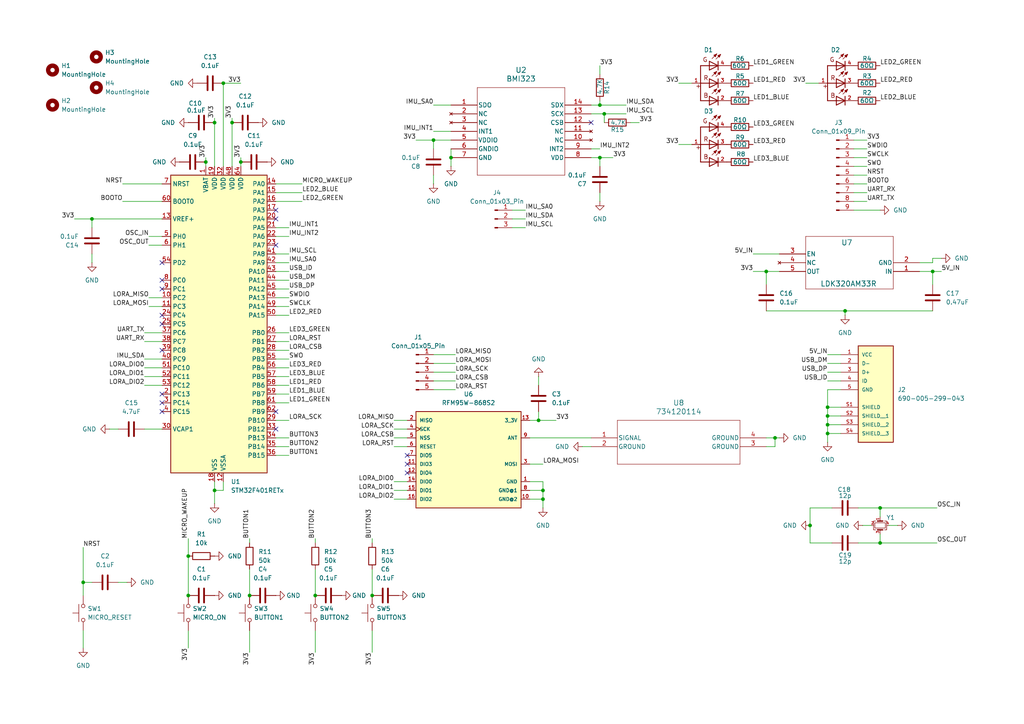
<source format=kicad_sch>
(kicad_sch (version 20231120) (generator "eeschema") (generator_version "8.0")
  (paper "A4")
  (junction (at 157.48 144.78))
  (junction (at 222.25 78.74))
  (junction (at 240.03 123.19))
  (junction (at 24.13 168.91))
  (junction (at 240.03 125.73))
  (junction (at 175.26 33.02))
  (junction (at 240.03 120.65))
  (junction (at 255.27 147.32))
  (junction (at 62.23 142.24))
  (junction (at 91.44 172.72))
  (junction (at 234.95 152.4))
  (junction (at 255.27 157.48))
  (junction (at 130.81 45.72))
  (junction (at 224.79 127))
  (junction (at 62.23 35.56))
  (junction (at 125.73 40.64))
  (junction (at 240.03 118.11))
  (junction (at 54.61 161.29))
  (junction (at 59.69 46.99))
  (junction (at 157.48 142.24))
  (junction (at 156.21 121.92))
  (junction (at 270.51 78.74))
  (junction (at 64.77 24.13))
  (junction (at 72.39 172.72))
  (junction (at 26.67 63.5))
  (junction (at 107.95 172.72))
  (junction (at 173.99 30.48))
  (junction (at 245.11 90.17))
  (junction (at 69.85 46.99))
  (junction (at 67.31 35.56))
  (junction (at 54.61 172.72))
  (junction (at 173.99 45.72))
  (no_connect (at 118.11 134.62))
  (no_connect (at 46.99 119.38))
  (no_connect (at 46.99 116.84))
  (no_connect (at 46.99 76.2))
  (no_connect (at 46.99 114.3))
  (no_connect (at 80.01 71.12))
  (no_connect (at 46.99 93.98))
  (no_connect (at 46.99 91.44))
  (no_connect (at 46.99 81.28))
  (no_connect (at 118.11 132.08))
  (no_connect (at 171.45 35.56))
  (no_connect (at 46.99 83.82))
  (no_connect (at 80.01 60.96))
  (no_connect (at 80.01 119.38))
  (no_connect (at 80.01 63.5))
  (no_connect (at 46.99 101.6))
  (no_connect (at 118.11 137.16))
  (no_connect (at 80.01 124.46))
  (wire (pts (xy 240.03 125.73) (xy 243.84 125.73)))
  (wire (pts (xy 43.18 71.12) (xy 46.99 71.12)))
  (wire (pts (xy 168.91 129.54) (xy 171.45 129.54)))
  (wire (pts (xy 80.01 99.06) (xy 83.82 99.06)))
  (wire (pts (xy 26.67 63.5) (xy 46.99 63.5)))
  (wire (pts (xy 80.01 106.68) (xy 83.82 106.68)))
  (wire (pts (xy 114.3 129.54) (xy 118.11 129.54)))
  (wire (pts (xy 153.67 127) (xy 171.45 127)))
  (wire (pts (xy 171.45 30.48) (xy 173.99 30.48)))
  (wire (pts (xy 240.03 118.11) (xy 243.84 118.11)))
  (wire (pts (xy 243.84 110.49) (xy 240.03 110.49)))
  (wire (pts (xy 148.59 60.96) (xy 152.4 60.96)))
  (wire (pts (xy 173.99 19.05) (xy 173.99 21.59)))
  (wire (pts (xy 222.25 127) (xy 224.79 127)))
  (wire (pts (xy 80.01 86.36) (xy 83.82 86.36)))
  (wire (pts (xy 62.23 142.24) (xy 62.23 146.05)))
  (wire (pts (xy 148.59 63.5) (xy 152.4 63.5)))
  (wire (pts (xy 255.27 157.48) (xy 248.92 157.48)))
  (wire (pts (xy 80.01 91.44) (xy 83.82 91.44)))
  (wire (pts (xy 80.01 78.74) (xy 83.82 78.74)))
  (wire (pts (xy 153.67 134.62) (xy 157.48 134.62)))
  (wire (pts (xy 153.67 139.7) (xy 157.48 139.7)))
  (wire (pts (xy 125.73 53.34) (xy 125.73 50.8)))
  (wire (pts (xy 80.01 66.04) (xy 83.82 66.04)))
  (wire (pts (xy 80.01 88.9) (xy 83.82 88.9)))
  (wire (pts (xy 80.01 58.42) (xy 87.63 58.42)))
  (wire (pts (xy 156.21 119.38) (xy 156.21 121.92)))
  (wire (pts (xy 156.21 121.92) (xy 161.29 121.92)))
  (wire (pts (xy 120.65 40.64) (xy 125.73 40.64)))
  (wire (pts (xy 247.65 48.26) (xy 251.46 48.26)))
  (wire (pts (xy 114.3 144.78) (xy 118.11 144.78)))
  (wire (pts (xy 69.85 45.72) (xy 69.85 46.99)))
  (wire (pts (xy 224.79 127) (xy 226.06 127)))
  (wire (pts (xy 80.01 121.92) (xy 83.82 121.92)))
  (wire (pts (xy 80.01 101.6) (xy 83.82 101.6)))
  (wire (pts (xy 247.65 60.96) (xy 255.27 60.96)))
  (wire (pts (xy 171.45 45.72) (xy 173.99 45.72)))
  (wire (pts (xy 41.91 104.14) (xy 46.99 104.14)))
  (wire (pts (xy 218.44 78.74) (xy 222.25 78.74)))
  (wire (pts (xy 26.67 168.91) (xy 24.13 168.91)))
  (wire (pts (xy 67.31 34.29) (xy 67.31 35.56)))
  (wire (pts (xy 41.91 109.22) (xy 46.99 109.22)))
  (wire (pts (xy 224.79 129.54) (xy 224.79 127)))
  (wire (pts (xy 255.27 147.32) (xy 271.78 147.32)))
  (wire (pts (xy 64.77 24.13) (xy 64.77 48.26)))
  (wire (pts (xy 59.69 46.99) (xy 59.69 48.26)))
  (wire (pts (xy 64.77 142.24) (xy 62.23 142.24)))
  (wire (pts (xy 125.73 40.64) (xy 130.81 40.64)))
  (wire (pts (xy 196.85 41.91) (xy 200.66 41.91)))
  (wire (pts (xy 80.01 83.82) (xy 83.82 83.82)))
  (wire (pts (xy 243.84 113.03) (xy 240.03 113.03)))
  (wire (pts (xy 80.01 127) (xy 83.82 127)))
  (wire (pts (xy 130.81 43.18) (xy 130.81 45.72)))
  (wire (pts (xy 171.45 43.18) (xy 173.99 43.18)))
  (wire (pts (xy 196.85 24.13) (xy 200.66 24.13)))
  (wire (pts (xy 247.65 43.18) (xy 251.46 43.18)))
  (wire (pts (xy 54.61 182.88) (xy 54.61 187.96)))
  (wire (pts (xy 114.3 124.46) (xy 118.11 124.46)))
  (wire (pts (xy 80.01 114.3) (xy 83.82 114.3)))
  (wire (pts (xy 148.59 66.04) (xy 152.4 66.04)))
  (wire (pts (xy 157.48 144.78) (xy 157.48 147.32)))
  (wire (pts (xy 243.84 107.95) (xy 240.03 107.95)))
  (wire (pts (xy 245.11 90.17) (xy 245.11 91.44)))
  (wire (pts (xy 247.65 53.34) (xy 251.46 53.34)))
  (wire (pts (xy 241.3 157.48) (xy 234.95 157.48)))
  (wire (pts (xy 157.48 142.24) (xy 157.48 144.78)))
  (wire (pts (xy 175.26 33.02) (xy 175.26 35.56)))
  (wire (pts (xy 91.44 165.1) (xy 91.44 172.72)))
  (wire (pts (xy 43.18 86.36) (xy 46.99 86.36)))
  (wire (pts (xy 80.01 129.54) (xy 83.82 129.54)))
  (wire (pts (xy 241.3 147.32) (xy 234.95 147.32)))
  (wire (pts (xy 114.3 127) (xy 118.11 127)))
  (wire (pts (xy 266.7 76.2) (xy 270.51 76.2)))
  (wire (pts (xy 173.99 58.42) (xy 173.99 55.88)))
  (wire (pts (xy 62.23 35.56) (xy 62.23 48.26)))
  (wire (pts (xy 270.51 78.74) (xy 273.05 78.74)))
  (wire (pts (xy 243.84 120.65) (xy 240.03 120.65)))
  (wire (pts (xy 62.23 34.29) (xy 62.23 35.56)))
  (wire (pts (xy 59.69 45.72) (xy 59.69 46.99)))
  (wire (pts (xy 270.51 78.74) (xy 270.51 82.55)))
  (wire (pts (xy 255.27 147.32) (xy 255.27 149.86)))
  (wire (pts (xy 41.91 124.46) (xy 46.99 124.46)))
  (wire (pts (xy 80.01 55.88) (xy 87.63 55.88)))
  (wire (pts (xy 54.61 156.21) (xy 54.61 161.29)))
  (wire (pts (xy 41.91 111.76) (xy 46.99 111.76)))
  (wire (pts (xy 35.56 53.34) (xy 46.99 53.34)))
  (wire (pts (xy 157.48 139.7) (xy 157.48 142.24)))
  (wire (pts (xy 72.39 182.88) (xy 72.39 189.23)))
  (wire (pts (xy 41.91 99.06) (xy 46.99 99.06)))
  (wire (pts (xy 125.73 30.48) (xy 130.81 30.48)))
  (wire (pts (xy 173.99 29.21) (xy 173.99 30.48)))
  (wire (pts (xy 240.03 123.19) (xy 243.84 123.19)))
  (wire (pts (xy 41.91 96.52) (xy 46.99 96.52)))
  (wire (pts (xy 240.03 118.11) (xy 240.03 120.65)))
  (wire (pts (xy 125.73 105.41) (xy 132.08 105.41)))
  (wire (pts (xy 153.67 142.24) (xy 157.48 142.24)))
  (wire (pts (xy 54.61 161.29) (xy 54.61 172.72)))
  (wire (pts (xy 69.85 24.13) (xy 64.77 24.13)))
  (wire (pts (xy 91.44 182.88) (xy 91.44 189.23)))
  (wire (pts (xy 80.01 104.14) (xy 83.82 104.14)))
  (wire (pts (xy 182.88 35.56) (xy 185.42 35.56)))
  (wire (pts (xy 24.13 158.75) (xy 24.13 168.91)))
  (wire (pts (xy 43.18 68.58) (xy 46.99 68.58)))
  (wire (pts (xy 31.75 124.46) (xy 34.29 124.46)))
  (wire (pts (xy 107.95 165.1) (xy 107.95 172.72)))
  (wire (pts (xy 250.19 152.4) (xy 252.73 152.4)))
  (wire (pts (xy 114.3 139.7) (xy 118.11 139.7)))
  (wire (pts (xy 270.51 74.93) (xy 273.05 74.93)))
  (wire (pts (xy 240.03 102.87) (xy 243.84 102.87)))
  (wire (pts (xy 156.21 109.22) (xy 156.21 111.76)))
  (wire (pts (xy 247.65 50.8) (xy 251.46 50.8)))
  (wire (pts (xy 80.01 76.2) (xy 83.82 76.2)))
  (wire (pts (xy 173.99 30.48) (xy 181.61 30.48)))
  (wire (pts (xy 270.51 76.2) (xy 270.51 74.93)))
  (wire (pts (xy 222.25 78.74) (xy 226.06 78.74)))
  (wire (pts (xy 125.73 107.95) (xy 132.08 107.95)))
  (wire (pts (xy 243.84 105.41) (xy 240.03 105.41)))
  (wire (pts (xy 245.11 90.17) (xy 270.51 90.17)))
  (wire (pts (xy 41.91 106.68) (xy 46.99 106.68)))
  (wire (pts (xy 240.03 120.65) (xy 240.03 123.19)))
  (wire (pts (xy 72.39 156.21) (xy 72.39 157.48)))
  (wire (pts (xy 125.73 110.49) (xy 132.08 110.49)))
  (wire (pts (xy 80.01 132.08) (xy 83.82 132.08)))
  (wire (pts (xy 80.01 116.84) (xy 83.82 116.84)))
  (wire (pts (xy 173.99 45.72) (xy 173.99 48.26)))
  (wire (pts (xy 234.95 157.48) (xy 234.95 152.4)))
  (wire (pts (xy 125.73 113.03) (xy 132.08 113.03)))
  (wire (pts (xy 80.01 73.66) (xy 83.82 73.66)))
  (wire (pts (xy 80.01 81.28) (xy 83.82 81.28)))
  (wire (pts (xy 222.25 129.54) (xy 224.79 129.54)))
  (wire (pts (xy 69.85 46.99) (xy 69.85 48.26)))
  (wire (pts (xy 240.03 125.73) (xy 240.03 128.27)))
  (wire (pts (xy 222.25 90.17) (xy 245.11 90.17)))
  (wire (pts (xy 247.65 58.42) (xy 251.46 58.42)))
  (wire (pts (xy 171.45 33.02) (xy 175.26 33.02)))
  (wire (pts (xy 24.13 168.91) (xy 24.13 172.72)))
  (wire (pts (xy 72.39 165.1) (xy 72.39 172.72)))
  (wire (pts (xy 248.92 147.32) (xy 255.27 147.32)))
  (wire (pts (xy 67.31 35.56) (xy 67.31 48.26)))
  (wire (pts (xy 26.67 63.5) (xy 26.67 66.04)))
  (wire (pts (xy 153.67 144.78) (xy 157.48 144.78)))
  (wire (pts (xy 240.03 113.03) (xy 240.03 118.11)))
  (wire (pts (xy 125.73 102.87) (xy 132.08 102.87)))
  (wire (pts (xy 240.03 123.19) (xy 240.03 125.73)))
  (wire (pts (xy 114.3 121.92) (xy 118.11 121.92)))
  (wire (pts (xy 175.26 33.02) (xy 181.61 33.02)))
  (wire (pts (xy 125.73 40.64) (xy 125.73 43.18)))
  (wire (pts (xy 80.01 53.34) (xy 87.63 53.34)))
  (wire (pts (xy 222.25 78.74) (xy 222.25 82.55)))
  (wire (pts (xy 80.01 109.22) (xy 83.82 109.22)))
  (wire (pts (xy 34.29 168.91) (xy 36.83 168.91)))
  (wire (pts (xy 80.01 96.52) (xy 83.82 96.52)))
  (wire (pts (xy 247.65 45.72) (xy 251.46 45.72)))
  (wire (pts (xy 255.27 154.94) (xy 255.27 157.48)))
  (wire (pts (xy 80.01 68.58) (xy 83.82 68.58)))
  (wire (pts (xy 64.77 139.7) (xy 64.77 142.24)))
  (wire (pts (xy 247.65 40.64) (xy 251.46 40.64)))
  (wire (pts (xy 266.7 78.74) (xy 270.51 78.74)))
  (wire (pts (xy 26.67 76.2) (xy 26.67 73.66)))
  (wire (pts (xy 91.44 156.21) (xy 91.44 157.48)))
  (wire (pts (xy 257.81 152.4) (xy 260.35 152.4)))
  (wire (pts (xy 255.27 157.48) (xy 271.78 157.48)))
  (wire (pts (xy 80.01 111.76) (xy 83.82 111.76)))
  (wire (pts (xy 125.73 38.1) (xy 130.81 38.1)))
  (wire (pts (xy 114.3 142.24) (xy 118.11 142.24)))
  (wire (pts (xy 24.13 182.88) (xy 24.13 187.96)))
  (wire (pts (xy 130.81 45.72) (xy 130.81 48.26)))
  (wire (pts (xy 62.23 139.7) (xy 62.23 142.24)))
  (wire (pts (xy 233.68 24.13) (xy 237.49 24.13)))
  (wire (pts (xy 21.59 63.5) (xy 26.67 63.5)))
  (wire (pts (xy 107.95 182.88) (xy 107.95 189.23)))
  (wire (pts (xy 35.56 58.42) (xy 46.99 58.42)))
  (wire (pts (xy 234.95 147.32) (xy 234.95 152.4)))
  (wire (pts (xy 218.44 73.66) (xy 226.06 73.66)))
  (wire (pts (xy 153.67 121.92) (xy 156.21 121.92)))
  (wire (pts (xy 43.18 88.9) (xy 46.99 88.9)))
  (wire (pts (xy 173.99 45.72) (xy 177.8 45.72)))
  (wire (pts (xy 247.65 55.88) (xy 251.46 55.88)))
  (wire (pts (xy 107.95 156.21) (xy 107.95 157.48)))
  (label "UART_TX" (at 251.46 58.42 0))
  (label "3V3" (at 251.46 40.64 0))
  (label "IMU_INT2" (at 83.82 68.58 0))
  (label "LORA_DIO1" (at 114.3 142.24 180))
  (label "BOOTO" (at 251.46 53.34 0))
  (label "UART_TX" (at 41.91 96.52 180))
  (label "BUTTON1" (at 83.82 132.08 0))
  (label "OSC_IN" (at 271.78 147.32 0))
  (label "LED2_RED" (at 255.27 24.13 0))
  (label "3V3" (at 91.44 189.23 270))
  (label "3V3" (at 173.99 19.05 0))
  (label "USB_DM" (at 83.82 81.28 0))
  (label "BUTTON2" (at 83.82 129.54 0))
  (label "SWO" (at 83.82 104.14 0))
  (label "SWCLK" (at 83.82 88.9 0))
  (label "LED2_GREEN" (at 87.63 58.42 0))
  (label "LED1_GREEN" (at 218.44 19.05 0))
  (label "LED1_BLUE" (at 83.82 114.3 0))
  (label "BUTTON2" (at 91.44 156.21 90))
  (label "BOOTO" (at 35.56 58.42 180))
  (label "3V3" (at 59.69 45.72 90))
  (label "5V_IN" (at 240.03 102.87 180))
  (label "LORA_CSB" (at 83.82 101.6 0))
  (label "LED3_BLUE" (at 83.82 109.22 0))
  (label "3V3" (at 161.29 121.92 0))
  (label "USB_DM" (at 240.03 105.41 180))
  (label "LORA_CSB" (at 132.08 110.49 0))
  (label "BUTTON3" (at 107.95 156.21 90))
  (label "SWDIO" (at 83.82 86.36 0))
  (label "LED2_BLUE" (at 87.63 55.88 0))
  (label "LORA_RST" (at 83.82 99.06 0))
  (label "UART_RX" (at 251.46 55.88 0))
  (label "SWCLK" (at 251.46 45.72 0))
  (label "LED1_GREEN" (at 83.82 116.84 0))
  (label "IMU_SDA" (at 41.91 104.14 180))
  (label "USB_DP" (at 240.03 107.95 180))
  (label "NRST" (at 251.46 50.8 0))
  (label "LORA_DIO2" (at 114.3 144.78 180))
  (label "3V3" (at 69.85 24.13 180))
  (label "SWDIO" (at 251.46 43.18 0))
  (label "IMU_SCL" (at 181.61 33.02 0))
  (label "3V3" (at 72.39 189.23 270))
  (label "3V3" (at 62.23 34.29 90))
  (label "LED2_BLUE" (at 255.27 29.21 0))
  (label "UART_RX" (at 41.91 99.06 180))
  (label "LORA_MOSI" (at 157.48 134.62 0))
  (label "LORA_RST" (at 114.3 129.54 180))
  (label "3V3" (at 233.68 24.13 180))
  (label "LORA_MOSI" (at 43.18 88.9 180))
  (label "NRST" (at 24.13 158.75 0))
  (label "IMU_SCL" (at 152.4 66.04 0))
  (label "LED1_RED" (at 83.82 111.76 0))
  (label "LED1_RED" (at 218.44 24.13 0))
  (label "LED1_BLUE" (at 218.44 29.21 0))
  (label "LORA_DIO1" (at 41.91 109.22 180))
  (label "LORA_SCK" (at 83.82 121.92 0))
  (label "OSC_IN" (at 43.18 68.58 180))
  (label "3V3" (at 120.65 40.64 180))
  (label "IMU_INT1" (at 125.73 38.1 180))
  (label "IMU_SA0" (at 125.73 30.48 180))
  (label "NRST" (at 35.56 53.34 180))
  (label "LORA_MISO" (at 114.3 121.92 180))
  (label "3V3" (at 196.85 41.91 180))
  (label "USB_ID" (at 83.82 78.74 0))
  (label "BUTTON3" (at 83.82 127 0))
  (label "LORA_CSB" (at 114.3 127 180))
  (label "LORA_MISO" (at 43.18 86.36 180))
  (label "IMU_SDA" (at 181.61 30.48 0))
  (label "OSC_OUT" (at 43.18 71.12 180))
  (label "LORA_DIO0" (at 114.3 139.7 180))
  (label "LORA_MISO" (at 132.08 102.87 0))
  (label "LORA_SCK" (at 132.08 107.95 0))
  (label "IMU_SA0" (at 152.4 60.96 0))
  (label "IMU_SCL" (at 83.82 73.66 0))
  (label "LORA_MOSI" (at 132.08 105.41 0))
  (label "IMU_SA0" (at 83.82 76.2 0))
  (label "5V_IN" (at 273.05 78.74 0))
  (label "OSC_OUT" (at 271.78 157.48 0))
  (label "LORA_SCK" (at 114.3 124.46 180))
  (label "USB_DP" (at 83.82 83.82 0))
  (label "3V3" (at 67.31 34.29 90))
  (label "LED2_RED" (at 83.82 91.44 0))
  (label "MICRO_WAKEUP" (at 87.63 53.34 0))
  (label "3V3" (at 69.85 45.72 90))
  (label "LORA_RST" (at 132.08 113.03 0))
  (label "3V3" (at 177.8 45.72 0))
  (label "3V3" (at 107.95 189.23 270))
  (label "LORA_DIO2" (at 41.91 111.76 180))
  (label "3V3" (at 218.44 78.74 180))
  (label "5V_IN" (at 218.44 73.66 180))
  (label "MICRO_WAKEUP" (at 54.61 156.21 90))
  (label "LED3_RED" (at 83.82 106.68 0))
  (label "IMU_INT2" (at 173.99 43.18 0))
  (label "LED3_GREEN" (at 218.44 36.83 0))
  (label "BUTTON1" (at 72.39 156.21 90))
  (label "3V3" (at 21.59 63.5 180))
  (label "IMU_SDA" (at 152.4 63.5 0))
  (label "3V3" (at 54.61 187.96 270))
  (label "LORA_DIO0" (at 41.91 106.68 180))
  (label "LED3_BLUE" (at 218.44 46.99 0))
  (label "USB_ID" (at 240.03 110.49 180))
  (label "LED2_GREEN" (at 255.27 19.05 0))
  (label "LED3_GREEN" (at 83.82 96.52 0))
  (label "IMU_INT1" (at 83.82 66.04 0))
  (label "3V3" (at 196.85 24.13 180))
  (label "3V3" (at 185.42 35.56 0))
  (label "LED3_RED" (at 218.44 41.91 0))
  (label "SWO" (at 251.46 48.26 0))
  (symbol (lib_id "Device:C") (at 76.2 172.72 270) (unit 1)
    (property "Reference" "C4" (at 76.2 165.1 90))
    (property "Value" "0.1uF" (at 76.2 167.64 90))
    (property "Footprint" "Capacitor_SMD:C_0805_2012Metric_Pad1.18x1.45mm_HandSolder" (effects (hide yes)))
    (property "Description" "Unpolarized capacitor" (effects (hide yes)))
  )
  (symbol (lib_id "power:GND") (at 80.01 172.72 90) (unit 1)
    (property "Reference" "#PWR06" (effects (hide yes)))
    (property "Value" "GND" (at 83.058 172.72 90) (effects (justify right)))
    (property "Description" "Power symbol creates a global label with name \"GND\" , ground" (effects (hide yes)))
  )
  (symbol (lib_id "power:GND") (at 260.35 152.4 90) (unit 1)
    (property "Reference" "#PWR029" (effects (hide yes)))
    (property "Value" "GND" (at 264.16 152.3999 90) (effects (justify right)))
    (property "Description" "Power symbol creates a global label with name \"GND\" , ground" (effects (hide yes)))
  )
  (symbol (lib_id "power:GND") (at 99.06 172.72 90) (unit 1)
    (property "Reference" "#PWR07" (effects (hide yes)))
    (property "Value" "GND" (at 102.108 172.72 90) (effects (justify right)))
    (property "Description" "Power symbol creates a global label with name \"GND\" , ground" (effects (hide yes)))
  )
  (symbol (lib_id "Switch:SW_Push") (at 72.39 177.8 90) (unit 1)
    (property "Reference" "SW3" (at 73.66 176.5299 90) (effects (justify right)))
    (property "Value" "BUTTON1" (at 73.66 179.0699 90) (effects (justify right)))
    (property "Footprint" "Button_Switch_SMD:SW_SPST_PTS647_Sx38" (effects (hide yes)))
    (property "Description" "Push button switch, generic, two pins" (effects (hide yes)))
  )
  (symbol (lib_id "Device:R") (at 179.07 35.56 270) (unit 1)
    (property "Reference" "R15" (at 179.07 37.592 90))
    (property "Value" "4.7K" (at 179.324 35.56 90))
    (property "Footprint" "Resistor_SMD:R_0805_2012Metric_Pad1.20x1.40mm_HandSolder" (effects (hide yes)))
    (property "Description" "Resistor" (effects (hide yes)))
  )
  (symbol (lib_id "Device:C") (at 73.66 46.99 270) (unit 1)
    (property "Reference" "C11" (at 73.66 39.37 90))
    (property "Value" "0.1uF" (at 73.66 41.91 90))
    (property "Footprint" "Capacitor_SMD:C_0805_2012Metric_Pad1.18x1.45mm_HandSolder" (effects (hide yes)))
    (property "Description" "Unpolarized capacitor" (effects (hide yes)))
  )
  (symbol (lib_id "power:GND") (at 77.47 46.99 90) (unit 1)
    (property "Reference" "#PWR019" (effects (hide yes)))
    (property "Value" "GND" (at 81.28 46.9899 90) (effects (justify right)))
    (property "Description" "Power symbol creates a global label with name \"GND\" , ground" (effects (hide yes)))
  )
  (symbol (lib_id "Mechanical:MountingHole") (at 15.24 30.48 0) (unit 1) (exclude_from_sim yes) (in_bom no)
    (property "Reference" "H2" (at 17.78 29.2099 0) (effects (justify left)))
    (property "Value" "MountingHole" (at 17.78 31.7499 0) (effects (justify left)))
    (property "Footprint" "MountingHole:MountingHole_3.2mm_M3" (effects (hide yes)))
    (property "Description" "Mounting Hole without connection" (effects (hide yes)))
  )
  (symbol (lib_id "2024-06-27_09-08-45:734120114") (at 171.45 127 0) (unit 1)
    (property "Reference" "U8" (at 196.85 116.84 0) (effects (font (size 1.524 1.524))))
    (property "Value" "734120114" (at 196.85 119.38 0) (effects (font (size 1.524 1.524))))
    (property "Footprint" "footprints:73412-0114_MOL" (effects (hide yes)))
    (property "Datasheet" "734120114" (effects (hide yes)))
  )
  (symbol (lib_id "Device:C") (at 30.48 168.91 270) (unit 1)
    (property "Reference" "C2" (at 30.48 161.29 90))
    (property "Value" "0.1uF" (at 30.48 163.83 90))
    (property "Footprint" "Capacitor_SMD:C_0805_2012Metric_Pad1.18x1.45mm_HandSolder" (effects (hide yes)))
    (property "Description" "Unpolarized capacitor" (effects (hide yes)))
  )
  (symbol (lib_id "power:GND") (at 157.48 147.32 0) (unit 1)
    (property "Reference" "#PWR02" (effects (hide yes)))
    (property "Value" "GND" (at 157.48 152.4 0))
    (property "Description" "Power symbol creates a global label with name \"GND\" , ground" (effects (hide yes)))
  )
  (symbol (lib_id "power:GND") (at 273.05 74.93 90) (unit 1)
    (property "Reference" "#PWR024" (effects (hide yes)))
    (property "Value" "GND" (at 276.86 74.9299 90) (effects (justify right)))
    (property "Description" "Power symbol creates a global label with name \"GND\" , ground" (effects (hide yes)))
  )
  (symbol (lib_id "Mechanical:MountingHole") (at 27.94 25.4 0) (unit 1) (exclude_from_sim yes) (in_bom no)
    (property "Reference" "H4" (at 30.48 24.1299 0) (effects (justify left)))
    (property "Value" "MountingHole" (at 30.48 26.6699 0) (effects (justify left)))
    (property "Footprint" "MountingHole:MountingHole_3.2mm_M3" (effects (hide yes)))
    (property "Description" "Mounting Hole without connection" (effects (hide yes)))
  )
  (symbol (lib_id "power:GND") (at 250.19 152.4 270) (unit 1)
    (property "Reference" "#PWR028" (effects (hide yes)))
    (property "Value" "GND" (at 246.38 152.3999 90) (effects (justify right)))
    (property "Description" "Power symbol creates a global label with name \"GND\" , ground" (effects (hide yes)))
  )
  (symbol (lib_id "Device:R") (at 72.39 161.29 180) (unit 1)
    (property "Reference" "R11" (at 74.93 160.0199 0) (effects (justify right)))
    (property "Value" "50k" (at 74.93 162.5599 0) (effects (justify right)))
    (property "Footprint" "Resistor_SMD:R_0805_2012Metric_Pad1.20x1.40mm_HandSolder" (effects (hide yes)))
    (property "Description" "Resistor" (effects (hide yes)))
  )
  (symbol (lib_id "Device:C") (at 270.51 86.36 0) (unit 1)
    (property "Reference" "C17" (at 274.32 85.0899 0) (effects (justify left)))
    (property "Value" "0.47uF" (at 274.32 87.6299 0) (effects (justify left)))
    (property "Footprint" "Capacitor_SMD:C_0805_2012Metric_Pad1.18x1.45mm_HandSolder" (effects (hide yes)))
    (property "Description" "Unpolarized capacitor" (effects (hide yes)))
  )
  (symbol (lib_id "MCU_ST_STM32F4:STM32F401RETx") (at 62.23 93.98 0) (unit 1)
    (property "Reference" "U1" (at 66.9641 139.7 0) (effects (justify left)))
    (property "Value" "STM32F401RETx" (at 66.9641 142.24 0) (effects (justify left)))
    (property "Footprint" "Package_QFP:LQFP-64_10x10mm_P0.5mm" (effects (hide yes)))
    (property "Datasheet" "https://www.st.com/resource/en/datasheet/stm32f401re.pdf" (effects (hide yes)))
    (property "Description" "STMicroelectronics Arm Cortex-M4 MCU, 512KB flash, 96KB RAM, 84 MHz, 1.7-3.6V, 50 GPIO, LQFP64" (effects (hide yes)))
  )
  (symbol (lib_id "Device:C") (at 245.11 147.32 270) (unit 1)
    (property "Reference" "C18" (at 244.856 141.986 90))
    (property "Value" "12p" (at 245.11 143.764 90))
    (property "Footprint" "Capacitor_SMD:C_0805_2012Metric_Pad1.18x1.45mm_HandSolder" (effects (hide yes)))
    (property "Description" "Unpolarized capacitor" (effects (hide yes)))
  )
  (symbol (lib_id "Switch:SW_Push") (at 54.61 177.8 90) (unit 1)
    (property "Reference" "SW2" (at 55.88 176.5299 90) (effects (justify right)))
    (property "Value" "MICRO_ON" (at 55.88 179.0699 90) (effects (justify right)))
    (property "Footprint" "Button_Switch_SMD:SW_SPST_PTS647_Sx38" (effects (hide yes)))
    (property "Description" "Push button switch, generic, two pins" (effects (hide yes)))
  )
  (symbol (lib_id "Device:C") (at 71.12 35.56 270) (unit 1)
    (property "Reference" "C12" (at 71.12 27.94 90))
    (property "Value" "0.1uF" (at 71.12 30.48 90))
    (property "Footprint" "Capacitor_SMD:C_0805_2012Metric_Pad1.18x1.45mm_HandSolder" (effects (hide yes)))
    (property "Description" "Unpolarized capacitor" (effects (hide yes)))
  )
  (symbol (lib_id "power:GND") (at 115.57 172.72 90) (unit 1)
    (property "Reference" "#PWR08" (effects (hide yes)))
    (property "Value" "GND" (at 119.38 172.7199 90) (effects (justify right)))
    (property "Description" "Power symbol creates a global label with name \"GND\" , ground" (effects (hide yes)))
  )
  (symbol (lib_id "Device:R") (at 251.46 24.13 90) (unit 1)
    (property "Reference" "R3" (at 251.46 22.098 90))
    (property "Value" "60Ω" (at 251.46 24.13 90))
    (property "Footprint" "Resistor_SMD:R_0805_2012Metric_Pad1.20x1.40mm_HandSolder" (effects (hide yes)))
    (property "Description" "Resistor" (effects (hide yes)))
  )
  (symbol (lib_id "power:GND") (at 62.23 146.05 0) (unit 1)
    (property "Reference" "#PWR014" (effects (hide yes)))
    (property "Value" "GND" (at 62.23 151.13 0))
    (property "Description" "Power symbol creates a global label with name \"GND\" , ground" (effects (hide yes)))
  )
  (symbol (lib_id "Connector:Conn_01x03_Pin") (at 143.51 63.5 0) (unit 1)
    (property "Reference" "J4" (at 144.145 55.88 0))
    (property "Value" "Conn_01x03_Pin" (at 144.145 58.42 0))
    (property "Footprint" "Connector_PinSocket_2.54mm:PinSocket_1x03_P2.54mm_Vertical" (effects (hide yes)))
    (property "Description" "Generic connector, single row, 01x03, script generated" (effects (hide yes)))
  )
  (symbol (lib_id "Device:C") (at 60.96 24.13 90) (unit 1)
    (property "Reference" "C13" (at 60.96 16.51 90))
    (property "Value" "0.1uF" (at 60.96 19.05 90))
    (property "Footprint" "Capacitor_SMD:C_0805_2012Metric_Pad1.18x1.45mm_HandSolder" (effects (hide yes)))
    (property "Description" "Unpolarized capacitor" (effects (hide yes)))
  )
  (symbol (lib_id "Device:R") (at 214.63 29.21 270) (unit 1)
    (property "Reference" "R7" (at 214.63 27.178 90))
    (property "Value" "60Ω" (at 214.63 29.21 90))
    (property "Footprint" "Resistor_SMD:R_0805_2012Metric_Pad1.20x1.40mm_HandSolder" (effects (hide yes)))
    (property "Description" "Resistor" (effects (hide yes)))
  )
  (symbol (lib_id "Device:Crystal_GND24_Small") (at 255.27 152.4 270) (unit 1)
    (property "Reference" "Y1" (at 258.318 150.114 90))
    (property "Value" "Crystal_GND24_Small" (effects (hide yes)))
    (property "Footprint" "Crystal:Crystal_SMD_7050-4Pin_7.0x5.0mm" (effects (hide yes)))
    (property "Description" "Four pin crystal, GND on pins 2 and 4, small symbol" (effects (hide yes)))
  )
  (symbol (lib_id "power:GND") (at 168.91 129.54 270) (unit 1)
    (property "Reference" "#PWR025" (effects (hide yes)))
    (property "Value" "GND" (at 165.1 129.5399 90) (effects (justify right)))
    (property "Description" "Power symbol creates a global label with name \"GND\" , ground" (effects (hide yes)))
  )
  (symbol (lib_id "Device:C") (at 58.42 172.72 270) (unit 1)
    (property "Reference" "C1" (at 58.42 165.1 90))
    (property "Value" "0.1uF" (at 58.42 167.64 90))
    (property "Footprint" "Capacitor_SMD:C_0805_2012Metric_Pad1.18x1.45mm_HandSolder" (effects (hide yes)))
    (property "Description" "Unpolarized capacitor" (effects (hide yes)))
  )
  (symbol (lib_id "Device:C") (at 125.73 46.99 180) (unit 1)
    (property "Reference" "C8" (at 121.92 48.2601 0) (effects (justify left)))
    (property "Value" "0.1uF" (at 121.92 45.7201 0) (effects (justify left)))
    (property "Footprint" "Capacitor_SMD:C_0805_2012Metric_Pad1.18x1.45mm_HandSolder" (effects (hide yes)))
    (property "Description" "Unpolarized capacitor" (effects (hide yes)))
  )
  (symbol (lib_id "RFM95W-868S2:RFM95W-868S2") (at 135.89 132.08 0) (unit 1)
    (property "Reference" "U6" (at 135.89 114.3 0))
    (property "Value" "RFM95W-868S2" (at 135.89 116.84 0))
    (property "Footprint" "footprints:XCVR_RFM95W-868S2" (effects (hide yes)))
    (property "MANUFACTURER" "RF Solution" (effects (hide yes)))
  )
  (symbol (lib_id "power:GND") (at 156.21 109.22 180) (unit 1)
    (property "Reference" "#PWR04" (effects (hide yes)))
    (property "Value" "GND" (at 156.21 104.14 0))
    (property "Description" "Power symbol creates a global label with name \"GND\" , ground" (effects (hide yes)))
  )
  (symbol (lib_id "690-005-299-043:690-005-299-043") (at 254 110.49 0) (unit 1)
    (property "Reference" "J2" (at 260.35 113.0299 0) (effects (justify left)))
    (property "Value" "690-005-299-043" (at 260.35 115.5699 0) (effects (justify left)))
    (property "Footprint" "footprints:EDAC_690-005-299-043" (effects (hide yes)))
    (property "PARTREV" "11" (effects (hide yes)))
    (property "MANUFACTURER" "EDAC" (effects (hide yes)))
    (property "MAXIMUM_PACKAGE_HEIGHT" "3.98mm" (effects (hide yes)))
    (property "STANDARD" "Manufacturer Recommendations" (effects (hide yes)))
  )
  (symbol (lib_id "Device:R") (at 251.46 29.21 270) (unit 1)
    (property "Reference" "R2" (at 251.46 26.924 90))
    (property "Value" "60Ω" (at 251.46 29.21 90))
    (property "Footprint" "Resistor_SMD:R_0805_2012Metric_Pad1.20x1.40mm_HandSolder" (effects (hide yes)))
    (property "Description" "Resistor" (effects (hide yes)))
  )
  (symbol (lib_id "power:GND") (at 240.03 128.27 0) (unit 1)
    (property "Reference" "#PWR022" (effects (hide yes)))
    (property "Value" "GND" (at 240.03 133.35 0))
    (property "Description" "Power symbol creates a global label with name \"GND\" , ground" (effects (hide yes)))
  )
  (symbol (lib_id "Mechanical:MountingHole") (at 27.94 16.51 0) (unit 1) (exclude_from_sim yes) (in_bom no)
    (property "Reference" "H3" (at 30.48 15.2399 0) (effects (justify left)))
    (property "Value" "MountingHole" (at 30.48 17.7799 0) (effects (justify left)))
    (property "Footprint" "MountingHole:MountingHole_3.2mm_M3" (effects (hide yes)))
    (property "Description" "Mounting Hole without connection" (effects (hide yes)))
  )
  (symbol (lib_id "2024-06-20_09-10-44:BMI323") (at 130.81 30.48 0) (unit 1)
    (property "Reference" "U2" (at 151.13 20.32 0) (effects (font (size 1.524 1.524))))
    (property "Value" "BMI323" (at 151.13 22.86 0) (effects (font (size 1.524 1.524))))
    (property "Footprint" "footprints:BMI323_BOS-M" (effects (hide yes)))
    (property "Datasheet" "BMI323" (effects (hide yes)))
  )
  (symbol (lib_id "WL-SFTW_3528_PLCC4:WL-SFTW_3528_PLCC4") (at 205.74 41.91 0) (unit 1)
    (property "Reference" "D3" (at 205.486 32.258 0))
    (property "Value" "WL-SFTW_3528_PLCC4" (effects (hide yes)))
    (property "Footprint" "footprints:WL-SFTW_3528_PLCC4" (effects (hide yes)))
  )
  (symbol (lib_id "power:GND") (at 234.95 152.4 270) (unit 1)
    (property "Reference" "#PWR027" (effects (hide yes)))
    (property "Value" "GND" (at 231.14 152.3999 90) (effects (justify right)))
    (property "Description" "Power symbol creates a global label with name \"GND\" , ground" (effects (hide yes)))
  )
  (symbol (lib_id "power:GND") (at 54.61 35.56 270) (unit 1)
    (property "Reference" "#PWR016" (effects (hide yes)))
    (property "Value" "GND" (at 50.8 35.5599 90) (effects (justify right)))
    (property "Description" "Power symbol creates a global label with name \"GND\" , ground" (effects (hide yes)))
  )
  (symbol (lib_id "power:GND") (at 130.81 48.26 0) (unit 1)
    (property "Reference" "#PWR011" (effects (hide yes)))
    (property "Value" "GND" (at 130.81 53.34 0))
    (property "Description" "Power symbol creates a global label with name \"GND\" , ground" (effects (hide yes)))
  )
  (symbol (lib_id "Connector:Conn_01x09_Pin") (at 242.57 50.8 0) (unit 1)
    (property "Reference" "J3" (at 243.205 35.56 0))
    (property "Value" "Conn_01x09_Pin" (at 243.205 38.1 0))
    (property "Footprint" "Connector_PinSocket_2.54mm:PinSocket_1x09_P2.54mm_Vertical" (effects (hide yes)))
    (property "Description" "Generic connector, single row, 01x09, script generated" (effects (hide yes)))
  )
  (symbol (lib_id "power:GND") (at 255.27 60.96 90) (unit 1)
    (property "Reference" "#PWR030" (effects (hide yes)))
    (property "Value" "GND" (at 259.08 60.9599 90) (effects (justify right)))
    (property "Description" "Power symbol creates a global label with name \"GND\" , ground" (effects (hide yes)))
  )
  (symbol (lib_id "power:GND") (at 52.07 46.99 270) (unit 1)
    (property "Reference" "#PWR015" (effects (hide yes)))
    (property "Value" "GND" (at 48.26 46.9899 90) (effects (justify right)))
    (property "Description" "Power symbol creates a global label with name \"GND\" , ground" (effects (hide yes)))
  )
  (symbol (lib_id "WL-SFTW_3528_PLCC4:WL-SFTW_3528_PLCC4") (at 242.57 24.13 0) (unit 1)
    (property "Reference" "D2" (at 242.316 14.478 0))
    (property "Value" "WL-SFTW_3528_PLCC4" (effects (hide yes)))
    (property "Footprint" "footprints:WL-SFTW_3528_PLCC4" (effects (hide yes)))
  )
  (symbol (lib_id "power:GND") (at 36.83 168.91 90) (unit 1)
    (property "Reference" "#PWR03" (effects (hide yes)))
    (property "Value" "GND" (at 40.64 168.9099 90) (effects (justify right)))
    (property "Description" "Power symbol creates a global label with name \"GND\" , ground" (effects (hide yes)))
  )
  (symbol (lib_id "Mechanical:MountingHole") (at 15.24 20.32 0) (unit 1) (exclude_from_sim yes) (in_bom no)
    (property "Reference" "H1" (at 17.78 19.0499 0) (effects (justify left)))
    (property "Value" "MountingHole" (at 17.78 21.5899 0) (effects (justify left)))
    (property "Footprint" "MountingHole:MountingHole_3.2mm_M3" (effects (hide yes)))
    (property "Description" "Mounting Hole without connection" (effects (hide yes)))
  )
  (symbol (lib_id "Switch:SW_Push") (at 107.95 177.8 90) (unit 1)
    (property "Reference" "SW5" (at 109.22 176.5299 90) (effects (justify right)))
    (property "Value" "BUTTON3" (at 109.22 179.0699 90) (effects (justify right)))
    (property "Footprint" "Button_Switch_SMD:SW_SPST_PTS647_Sx38" (effects (hide yes)))
    (property "Description" "Push button switch, generic, two pins" (effects (hide yes)))
  )
  (symbol (lib_id "Device:R") (at 173.99 25.4 0) (unit 1)
    (property "Reference" "R14" (at 176.022 25.4 90))
    (property "Value" "4.7K" (at 173.99 25.146 90))
    (property "Footprint" "Resistor_SMD:R_0805_2012Metric_Pad1.20x1.40mm_HandSolder" (effects (hide yes)))
    (property "Description" "Resistor" (effects (hide yes)))
  )
  (symbol (lib_id "Switch:SW_Push") (at 24.13 177.8 90) (unit 1)
    (property "Reference" "SW1" (at 25.4 176.5299 90) (effects (justify right)))
    (property "Value" "MICRO_RESET" (at 25.4 179.0699 90) (effects (justify right)))
    (property "Footprint" "Button_Switch_SMD:SW_SPST_PTS647_Sx38" (effects (hide yes)))
    (property "Description" "Push button switch, generic, two pins" (effects (hide yes)))
  )
  (symbol (lib_id "Device:C") (at 26.67 69.85 180) (unit 1)
    (property "Reference" "C14" (at 22.86 71.1201 0) (effects (justify left)))
    (property "Value" "0.1uF" (at 22.86 68.5801 0) (effects (justify left)))
    (property "Footprint" "Capacitor_SMD:C_0805_2012Metric_Pad1.18x1.45mm_HandSolder" (effects (hide yes)))
    (property "Description" "Unpolarized capacitor" (effects (hide yes)))
  )
  (symbol (lib_id "Device:R") (at 107.95 161.29 180) (unit 1)
    (property "Reference" "R13" (at 110.49 160.0199 0) (effects (justify right)))
    (property "Value" "50k" (at 110.49 162.5599 0) (effects (justify right)))
    (property "Footprint" "Resistor_SMD:R_0805_2012Metric_Pad1.20x1.40mm_HandSolder" (effects (hide yes)))
    (property "Description" "Resistor" (effects (hide yes)))
  )
  (symbol (lib_id "Device:R") (at 58.42 161.29 90) (unit 1)
    (property "Reference" "R1" (at 58.42 154.94 90))
    (property "Value" "10k" (at 58.42 157.48 90))
    (property "Footprint" "Resistor_SMD:R_0805_2012Metric_Pad1.20x1.40mm_HandSolder" (effects (hide yes)))
    (property "Description" "Resistor" (effects (hide yes)))
  )
  (symbol (lib_id "Device:C") (at 245.11 157.48 270) (unit 1)
    (property "Reference" "C19" (at 245.11 161.036 90))
    (property "Value" "12p" (at 245.11 162.814 90))
    (property "Footprint" "Capacitor_SMD:C_0805_2012Metric_Pad1.18x1.45mm_HandSolder" (effects (hide yes)))
    (property "Description" "Unpolarized capacitor" (effects (hide yes)))
  )
  (symbol (lib_id "Device:R") (at 214.63 19.05 90) (unit 1)
    (property "Reference" "R6" (at 214.63 17.018 90))
    (property "Value" "60Ω" (at 214.376 19.05 90))
    (property "Footprint" "Resistor_SMD:R_0805_2012Metric_Pad1.20x1.40mm_HandSolder" (effects (hide yes)))
    (property "Description" "Resistor" (effects (hide yes)))
  )
  (symbol (lib_id "Device:R") (at 214.63 24.13 90) (unit 1)
    (property "Reference" "R5" (at 214.63 22.098 90))
    (property "Value" "60Ω" (at 214.63 24.13 90))
    (property "Footprint" "Resistor_SMD:R_0805_2012Metric_Pad1.20x1.40mm_HandSolder" (effects (hide yes)))
    (property "Description" "Resistor" (effects (hide yes)))
  )
  (symbol (lib_id "2024-06-23_08-34-14:LDK320AM33R") (at 266.7 78.74 180) (unit 1)
    (property "Reference" "U7" (at 245.618 70.358 0) (effects (font (size 1.524 1.524))))
    (property "Value" "LDK320AM33R" (at 246.126 82.296 0) (effects (font (size 1.524 1.524))))
    (property "Footprint" "footprints:SOT23-5L_STM-M" (effects (hide yes)))
    (property "Datasheet" "LDK320AM33R" (effects (hide yes)))
  )
  (symbol (lib_id "WL-SFTW_3528_PLCC4:WL-SFTW_3528_PLCC4") (at 205.74 24.13 0) (unit 1)
    (property "Reference" "D1" (at 205.486 14.478 0))
    (property "Value" "WL-SFTW_3528_PLCC4" (effects (hide yes)))
    (property "Footprint" "footprints:WL-SFTW_3528_PLCC4" (effects (hide yes)))
  )
  (symbol (lib_id "power:GND") (at 226.06 127 90) (unit 1)
    (property "Reference" "#PWR026" (effects (hide yes)))
    (property "Value" "GND" (at 229.87 126.9999 90) (effects (justify right)))
    (property "Description" "Power symbol creates a global label with name \"GND\" , ground" (effects (hide yes)))
  )
  (symbol (lib_id "Device:R") (at 91.44 161.29 180) (unit 1)
    (property "Reference" "R12" (at 93.98 160.0199 0) (effects (justify right)))
    (property "Value" "50k" (at 93.98 162.5599 0) (effects (justify right)))
    (property "Footprint" "Resistor_SMD:R_0805_2012Metric_Pad1.20x1.40mm_HandSolder" (effects (hide yes)))
    (property "Description" "Resistor" (effects (hide yes)))
  )
  (symbol (lib_id "Device:C") (at 58.42 35.56 270) (unit 1)
    (property "Reference" "C10" (at 56.642 29.972 90))
    (property "Value" "0.1uF" (at 56.896 32.004 90))
    (property "Footprint" "Capacitor_SMD:C_0805_2012Metric_Pad1.18x1.45mm_HandSolder" (effects (hide yes)))
    (property "Description" "Unpolarized capacitor" (effects (hide yes)))
  )
  (symbol (lib_id "power:GND") (at 74.93 35.56 90) (unit 1)
    (property "Reference" "#PWR018" (effects (hide yes)))
    (property "Value" "GND" (at 78.74 35.5599 90) (effects (justify right)))
    (property "Description" "Power symbol creates a global label with name \"GND\" , ground" (effects (hide yes)))
  )
  (symbol (lib_id "Device:C") (at 156.21 115.57 0) (unit 1)
    (property "Reference" "C3" (at 160.02 114.2999 0) (effects (justify left)))
    (property "Value" "0.1uF" (at 160.02 116.8399 0) (effects (justify left)))
    (property "Footprint" "Capacitor_SMD:C_0805_2012Metric_Pad1.18x1.45mm_HandSolder" (effects (hide yes)))
    (property "Description" "Unpolarized capacitor" (effects (hide yes)))
  )
  (symbol (lib_id "power:GND") (at 245.11 91.44 0) (unit 1)
    (property "Reference" "#PWR023" (effects (hide yes)))
    (property "Value" "GND" (at 245.11 96.52 0))
    (property "Description" "Power symbol creates a global label with name \"GND\" , ground" (effects (hide yes)))
  )
  (symbol (lib_id "Device:C") (at 222.25 86.36 0) (unit 1)
    (property "Reference" "C16" (at 226.06 85.0899 0) (effects (justify left)))
    (property "Value" "0.1uF" (at 226.06 87.6299 0) (effects (justify left)))
    (property "Footprint" "Capacitor_SMD:C_0805_2012Metric_Pad1.18x1.45mm_HandSolder" (effects (hide yes)))
    (property "Description" "Unpolarized capacitor" (effects (hide yes)))
  )
  (symbol (lib_id "power:GND") (at 57.15 24.13 270) (unit 1)
    (property "Reference" "#PWR017" (effects (hide yes)))
    (property "Value" "GND" (at 53.34 24.1299 90) (effects (justify right)))
    (property "Description" "Power symbol creates a global label with name \"GND\" , ground" (effects (hide yes)))
  )
  (symbol (lib_id "Device:R") (at 214.63 36.83 90) (unit 1)
    (property "Reference" "R10" (at 214.63 34.798 90))
    (property "Value" "60Ω" (at 214.63 36.83 90))
    (property "Footprint" "Resistor_SMD:R_0805_2012Metric_Pad1.20x1.40mm_HandSolder" (effects (hide yes)))
    (property "Description" "Resistor" (effects (hide yes)))
  )
  (symbol (lib_id "power:GND") (at 62.23 161.29 90) (unit 1)
    (property "Reference" "#PWR09" (effects (hide yes)))
    (property "Value" "GND" (at 66.04 161.2899 90) (effects (justify right)))
    (property "Description" "Power symbol creates a global label with name \"GND\" , ground" (effects (hide yes)))
  )
  (symbol (lib_id "power:GND") (at 173.99 58.42 0) (unit 1)
    (property "Reference" "#PWR010" (effects (hide yes)))
    (property "Value" "GND" (at 173.99 63.5 0))
    (property "Description" "Power symbol creates a global label with name \"GND\" , ground" (effects (hide yes)))
  )
  (symbol (lib_id "power:GND") (at 125.73 53.34 0) (unit 1)
    (property "Reference" "#PWR012" (effects (hide yes)))
    (property "Value" "GND" (at 125.73 58.42 0))
    (property "Description" "Power symbol creates a global label with name \"GND\" , ground" (effects (hide yes)))
  )
  (symbol (lib_id "Device:C") (at 111.76 172.72 270) (unit 1)
    (property "Reference" "C6" (at 111.76 165.1 90))
    (property "Value" "0.1uF" (at 111.76 167.64 90))
    (property "Footprint" "Capacitor_SMD:C_0805_2012Metric_Pad1.18x1.45mm_HandSolder" (effects (hide yes)))
    (property "Description" "Unpolarized capacitor" (effects (hide yes)))
  )
  (symbol (lib_id "Device:C") (at 55.88 46.99 270) (unit 1)
    (property "Reference" "C9" (at 55.88 39.37 90))
    (property "Value" "0.1uF" (at 55.88 41.91 90))
    (property "Footprint" "Capacitor_SMD:C_0805_2012Metric_Pad1.18x1.45mm_HandSolder" (effects (hide yes)))
    (property "Description" "Unpolarized capacitor" (effects (hide yes)))
  )
  (symbol (lib_id "Device:R") (at 214.63 46.99 270) (unit 1)
    (property "Reference" "R8" (at 214.884 44.704 90))
    (property "Value" "60Ω" (at 214.63 46.99 90))
    (property "Footprint" "Resistor_SMD:R_0805_2012Metric_Pad1.20x1.40mm_HandSolder" (effects (hide yes)))
    (property "Description" "Resistor" (effects (hide yes)))
  )
  (symbol (lib_id "power:GND") (at 24.13 187.96 0) (unit 1)
    (property "Reference" "#PWR01" (effects (hide yes)))
    (property "Value" "GND" (at 24.13 193.04 0))
    (property "Description" "Power symbol creates a global label with name \"GND\" , ground" (effects (hide yes)))
  )
  (symbol (lib_id "power:GND") (at 62.23 172.72 90) (unit 1)
    (property "Reference" "#PWR05" (effects (hide yes)))
    (property "Value" "GND" (at 66.04 172.7199 90) (effects (justify right)))
    (property "Description" "Power symbol creates a global label with name \"GND\" , ground" (effects (hide yes)))
  )
  (symbol (lib_id "power:GND") (at 31.75 124.46 270) (unit 1)
    (property "Reference" "#PWR021" (effects (hide yes)))
    (property "Value" "GND" (at 27.94 124.4599 90) (effects (justify right)))
    (property "Description" "Power symbol creates a global label with name \"GND\" , ground" (effects (hide yes)))
  )
  (symbol (lib_id "Connector:Conn_01x05_Pin") (at 120.65 107.95 0) (unit 1)
    (property "Reference" "J1" (at 121.285 97.79 0))
    (property "Value" "Conn_01x05_Pin" (at 121.285 100.33 0))
    (property "Footprint" "Connector_PinSocket_2.54mm:PinSocket_1x05_P2.54mm_Vertical" (effects (hide yes)))
    (property "Description" "Generic connector, single row, 01x05, script generated" (effects (hide yes)))
  )
  (symbol (lib_id "Switch:SW_Push") (at 91.44 177.8 90) (unit 1)
    (property "Reference" "SW4" (at 92.71 176.5299 90) (effects (justify right)))
    (property "Value" "BUTTON2" (at 92.71 179.0699 90) (effects (justify right)))
    (property "Footprint" "Button_Switch_SMD:SW_SPST_PTS647_Sx38" (effects (hide yes)))
    (property "Description" "Push button switch, generic, two pins" (effects (hide yes)))
  )
  (symbol (lib_id "Device:C") (at 173.99 52.07 180) (unit 1)
    (property "Reference" "C7" (at 170.18 53.3401 0) (effects (justify left)))
    (property "Value" "0.1uF" (at 170.18 50.8001 0) (effects (justify left)))
    (property "Footprint" "Capacitor_SMD:C_0805_2012Metric_Pad1.18x1.45mm_HandSolder" (effects (hide yes)))
    (property "Description" "Unpolarized capacitor" (effects (hide yes)))
  )
  (symbol (lib_id "Device:R") (at 214.63 41.91 90) (unit 1)
    (property "Reference" "R9" (at 214.63 39.878 90))
    (property "Value" "60Ω" (at 214.63 41.91 90))
    (property "Footprint" "Resistor_SMD:R_0805_2012Metric_Pad1.20x1.40mm_HandSolder" (effects (hide yes)))
    (property "Description" "Resistor" (effects (hide yes)))
  )
  (symbol (lib_id "Device:R") (at 251.46 19.05 90) (unit 1)
    (property "Reference" "R4" (at 251.46 17.018 90))
    (property "Value" "60Ω" (at 251.46 19.05 90))
    (property "Footprint" "Resistor_SMD:R_0805_2012Metric_Pad1.20x1.40mm_HandSolder" (effects (hide yes)))
    (property "Description" "Resistor" (effects (hide yes)))
  )
  (symbol (lib_id "power:GND") (at 26.67 76.2 0) (unit 1)
    (property "Reference" "#PWR020" (effects (hide yes)))
    (property "Value" "GND" (at 26.67 81.28 0))
    (property "Description" "Power symbol creates a global label with name \"GND\" , ground" (effects (hide yes)))
  )
  (symbol (lib_id "Device:C") (at 95.25 172.72 270) (unit 1)
    (property "Reference" "C5" (at 95.25 165.1 90))
    (property "Value" "0.1uF" (at 95.25 167.64 90))
    (property "Footprint" "Capacitor_SMD:C_0805_2012Metric_Pad1.18x1.45mm_HandSolder" (effects (hide yes)))
    (property "Description" "Unpolarized capacitor" (effects (hide yes)))
  )
  (symbol (lib_id "Device:C") (at 38.1 124.46 270) (unit 1)
    (property "Reference" "C15" (at 38.1 116.84 90))
    (property "Value" "4.7uF" (at 38.1 119.38 90))
    (property "Footprint" "Capacitor_SMD:C_0805_2012Metric_Pad1.18x1.45mm_HandSolder" (effects (hide yes)))
    (property "Description" "Unpolarized capacitor" (effects (hide yes)))
  )
)
</source>
